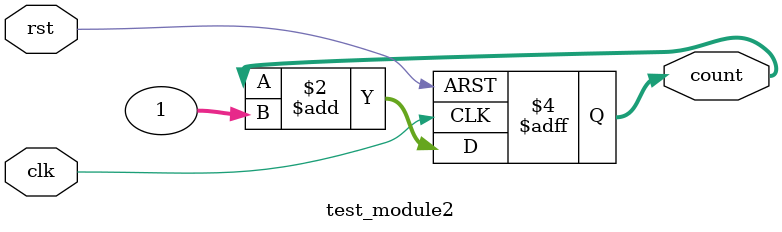
<source format=v>

`define DEBUG 1
`define WIDTH 32
   
module test_module (
    input clk,
    input rst,
    output reg [`WIDTH-1:0] count
);

`ifdef DEBUG
    initial $display("Debug mode enabled");
`endif

always @(posedge clk or posedge rst) begin
    if (rst) begin
        count <= 0;
    end else begin
        count <= count + 1;
    end
end

endmodule

module test_module2 (
    input clk,
    input rst,
    output reg [`WIDTH-1:0] count
);

`ifdef DEBUG
    initial $display("Debug mode enabled");
`endif

always @(posedge clk or posedge rst) begin
    if (rst) begin
        count <= 0;
    end else begin
        count <= count + 1;
    end
end

endmodule

</source>
